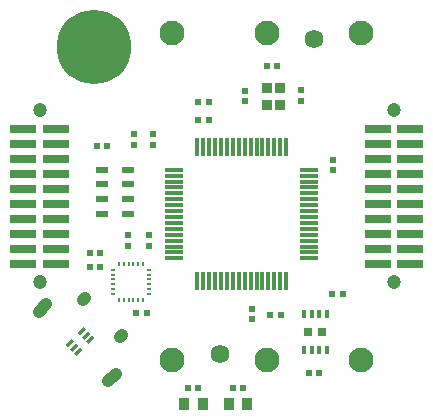
<source format=gts>
G04 #@! TF.FileFunction,Soldermask,Top*
%FSLAX46Y46*%
G04 Gerber Fmt 4.6, Leading zero omitted, Abs format (unit mm)*
G04 Created by KiCad (PCBNEW 4.1.0-alpha+201605071002+6776~44~ubuntu14.04.1-product) date Sun 26 Jun 2016 16:38:28 BST*
%MOMM*%
%LPD*%
G01*
G04 APERTURE LIST*
%ADD10C,0.100000*%
%ADD11C,1.588000*%
%ADD12C,2.100000*%
%ADD13R,0.300000X1.500000*%
%ADD14R,1.500000X0.300000*%
%ADD15R,2.220000X0.740000*%
%ADD16C,1.200000*%
%ADD17R,0.620000X0.620000*%
%ADD18R,0.200000X0.400000*%
%ADD19R,0.400000X0.200000*%
%ADD20R,0.350000X0.650000*%
%ADD21R,0.802000X0.802000*%
%ADD22R,0.950000X1.000000*%
%ADD23R,1.100000X0.600000*%
%ADD24R,0.850000X0.950000*%
%ADD25C,1.000000*%
%ADD26C,6.300000*%
%ADD27C,0.600000*%
G04 APERTURE END LIST*
D10*
D11*
X100250000Y-113350000D03*
X108250000Y-86650000D03*
D12*
X104250000Y-113850000D03*
X112250000Y-113850000D03*
X96250000Y-113850000D03*
X96250000Y-86150000D03*
X104250000Y-86150000D03*
X112250000Y-86150000D03*
D13*
X105869953Y-95808473D03*
X105369953Y-95808473D03*
X104869953Y-95808473D03*
X104369953Y-95808473D03*
X103869953Y-95808473D03*
X103369953Y-95808473D03*
X102869953Y-95808473D03*
X102369953Y-95808473D03*
X101869953Y-95808473D03*
X101369953Y-95808473D03*
X100869953Y-95808473D03*
X100369953Y-95808473D03*
X99869953Y-95808473D03*
X99369953Y-95808473D03*
X98869953Y-95808473D03*
X98369953Y-95808473D03*
D14*
X96419953Y-97758473D03*
X96419953Y-98258473D03*
X96419953Y-98758473D03*
X96419953Y-99258473D03*
X96419953Y-99758473D03*
X96419953Y-100258473D03*
X96419953Y-100758473D03*
X96419953Y-101258473D03*
X96419953Y-101758473D03*
X96419953Y-102258473D03*
X96419953Y-102758473D03*
X96419953Y-103258473D03*
X96419953Y-103758473D03*
X96419953Y-104258473D03*
X96419953Y-104758473D03*
X96419953Y-105258473D03*
D13*
X98369953Y-107208473D03*
X98869953Y-107208473D03*
X99369953Y-107208473D03*
X99869953Y-107208473D03*
X100369953Y-107208473D03*
X100869953Y-107208473D03*
X101369953Y-107208473D03*
X101869953Y-107208473D03*
X102369953Y-107208473D03*
X102869953Y-107208473D03*
X103369953Y-107208473D03*
X103869953Y-107208473D03*
X104369953Y-107208473D03*
X104869953Y-107208473D03*
X105369953Y-107208473D03*
X105869953Y-107208473D03*
D14*
X107819953Y-105258473D03*
X107819953Y-104758473D03*
X107819953Y-104258473D03*
X107819953Y-103758473D03*
X107819953Y-103258473D03*
X107819953Y-102758473D03*
X107819953Y-102258473D03*
X107819953Y-101758473D03*
X107819953Y-101258473D03*
X107819953Y-100758473D03*
X107819953Y-100258473D03*
X107819953Y-99758473D03*
X107819953Y-99258473D03*
X107819953Y-98758473D03*
X107819953Y-98258473D03*
X107819953Y-97758473D03*
D15*
X86365000Y-94285000D03*
X83635000Y-94285000D03*
X86365000Y-95555000D03*
X83635000Y-95555000D03*
X86365000Y-96825000D03*
X83635000Y-96825000D03*
X86365000Y-98095000D03*
X83635000Y-98095000D03*
X86365000Y-99365000D03*
X83635000Y-99365000D03*
X86365000Y-100635000D03*
X83635000Y-100635000D03*
X86365000Y-101905000D03*
X83635000Y-101905000D03*
X86365000Y-103175000D03*
X83635000Y-103175000D03*
X86365000Y-104445000D03*
X83635000Y-104445000D03*
X86365000Y-105715000D03*
X83635000Y-105715000D03*
D16*
X85000000Y-107305000D03*
X85000000Y-92695000D03*
D17*
X97550000Y-116200000D03*
X98450000Y-116200000D03*
D18*
X93750000Y-105750000D03*
X93350000Y-105750000D03*
X92950000Y-105750000D03*
X92550000Y-105750000D03*
X92150000Y-105750000D03*
X91750000Y-105750000D03*
D19*
X91250000Y-106250000D03*
X91250000Y-106650000D03*
X91250000Y-107050000D03*
X91250000Y-107450000D03*
X91250000Y-107850000D03*
X91250000Y-108250000D03*
D18*
X91750000Y-108750000D03*
X92150000Y-108750000D03*
X92550000Y-108750000D03*
X92950000Y-108750000D03*
X93350000Y-108750000D03*
X93750000Y-108750000D03*
D19*
X94250000Y-108250000D03*
X94250000Y-107850000D03*
X94250000Y-107450000D03*
X94250000Y-107050000D03*
X94250000Y-106650000D03*
X94250000Y-106250000D03*
D17*
X94100000Y-109850000D03*
X93200000Y-109850000D03*
D15*
X116365000Y-94285000D03*
X113635000Y-94285000D03*
X116365000Y-95555000D03*
X113635000Y-95555000D03*
X116365000Y-96825000D03*
X113635000Y-96825000D03*
X116365000Y-98095000D03*
X113635000Y-98095000D03*
X116365000Y-99365000D03*
X113635000Y-99365000D03*
X116365000Y-100635000D03*
X113635000Y-100635000D03*
X116365000Y-101905000D03*
X113635000Y-101905000D03*
X116365000Y-103175000D03*
X113635000Y-103175000D03*
X116365000Y-104445000D03*
X113635000Y-104445000D03*
X116365000Y-105715000D03*
X113635000Y-105715000D03*
D16*
X115000000Y-107305000D03*
X115000000Y-92695000D03*
D20*
X109325000Y-109950000D03*
X108675000Y-109950000D03*
X108025000Y-109950000D03*
X107375000Y-109950000D03*
X107375000Y-113050000D03*
X108025000Y-113050000D03*
X108675000Y-113050000D03*
X109325000Y-113050000D03*
D21*
X108950000Y-111500000D03*
X107750000Y-111500000D03*
D17*
X99319953Y-93508473D03*
X98419953Y-93508473D03*
X99319953Y-92008473D03*
X98419953Y-92008473D03*
X93000000Y-94750000D03*
X93000000Y-95650000D03*
X94600000Y-94750000D03*
X94600000Y-95650000D03*
X90150000Y-106025000D03*
X89250000Y-106025000D03*
X89250000Y-104800000D03*
X90150000Y-104800000D03*
X107119953Y-91008473D03*
X107119953Y-91908473D03*
X104219953Y-89008473D03*
X105119953Y-89008473D03*
X92500000Y-103300000D03*
X92500000Y-104200000D03*
X109850000Y-97800000D03*
X109850000Y-96900000D03*
X104500000Y-110025000D03*
X105400000Y-110025000D03*
X102950000Y-109525000D03*
X102950000Y-110425000D03*
X94250000Y-104200000D03*
X94250000Y-103300000D03*
X109800000Y-108250000D03*
X110700000Y-108250000D03*
X90750000Y-95750000D03*
X89850000Y-95750000D03*
D22*
X97200000Y-117600000D03*
X98800000Y-117600000D03*
X102600000Y-117600000D03*
X101000000Y-117600000D03*
D23*
X90300000Y-97750000D03*
X90300000Y-99000000D03*
X90300000Y-100250000D03*
X90300000Y-101500000D03*
X92500000Y-101500000D03*
X92500000Y-100250000D03*
X92500000Y-99000000D03*
X92500000Y-97750000D03*
D17*
X102369953Y-91058473D03*
X102369953Y-91958473D03*
X102250000Y-116200000D03*
X101350000Y-116200000D03*
D24*
X105369953Y-92258473D03*
X105369953Y-90808473D03*
X104219953Y-90808473D03*
X104219953Y-92258473D03*
D25*
X88654944Y-108789079D02*
X88831720Y-108612303D01*
X91801569Y-111935704D02*
X91978345Y-111758928D01*
X84924955Y-109761351D02*
X85561351Y-109124955D01*
X90829297Y-115665693D02*
X91465693Y-115029297D01*
D26*
X89580000Y-87380000D03*
D27*
X89580000Y-84880000D03*
X92080000Y-87380000D03*
X89580000Y-89880000D03*
X87080000Y-87380000D03*
X87780000Y-85580000D03*
X91380000Y-85580000D03*
X87780000Y-89180000D03*
X91380000Y-89180000D03*
D17*
X108700000Y-115000000D03*
X107800000Y-115000000D03*
D10*
G36*
X89417627Y-111777348D02*
X89629759Y-111989480D01*
X89127713Y-112491526D01*
X88915581Y-112279394D01*
X89417627Y-111777348D01*
X89417627Y-111777348D01*
G37*
G36*
X89064074Y-111423794D02*
X89276206Y-111635926D01*
X88774160Y-112137972D01*
X88562028Y-111925840D01*
X89064074Y-111423794D01*
X89064074Y-111423794D01*
G37*
G36*
X88710520Y-111070241D02*
X88922652Y-111282373D01*
X88420606Y-111784419D01*
X88208474Y-111572287D01*
X88710520Y-111070241D01*
X88710520Y-111070241D01*
G37*
G36*
X87692287Y-112088474D02*
X87904419Y-112300606D01*
X87402373Y-112802652D01*
X87190241Y-112590520D01*
X87692287Y-112088474D01*
X87692287Y-112088474D01*
G37*
G36*
X88045840Y-112442028D02*
X88257972Y-112654160D01*
X87755926Y-113156206D01*
X87543794Y-112944074D01*
X88045840Y-112442028D01*
X88045840Y-112442028D01*
G37*
G36*
X88399394Y-112795581D02*
X88611526Y-113007713D01*
X88109480Y-113509759D01*
X87897348Y-113297627D01*
X88399394Y-112795581D01*
X88399394Y-112795581D01*
G37*
M02*

</source>
